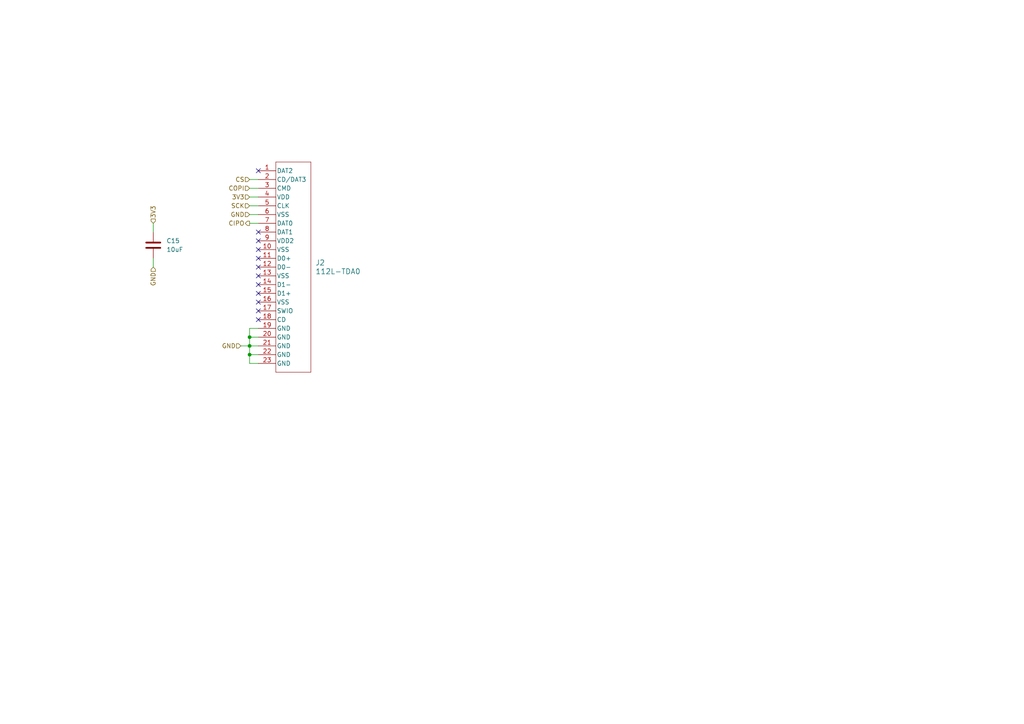
<source format=kicad_sch>
(kicad_sch (version 20250114) (generator "eeschema") (generator_version "9.0")
  (paper "A4")
  (lib_symbols
    (symbol "112L_TDA0:112L-TDA0" (pin_names (offset 0.254))
      (property "Reference" "J2" (at 22.86 -26.6699 0))
      (property "Value" "112L-TDA0" (at 22.86 -29.2099 0))
      (symbol "112L-TDA0_1_1"
        (polyline (pts (xy 11.43 2.54) (xy 11.43 -58.42)) (stroke (width 0.127)))
        (polyline (pts (xy 11.43 -58.42) (xy 21.59 -58.42)) (stroke (width 0.127)))
        (polyline (pts (xy 21.59 2.54) (xy 11.43 2.54)) (stroke (width 0.127)))
        (polyline (pts (xy 21.59 -58.42) (xy 21.59 2.54)) (stroke (width 0.127)))
        (pin unspecified line (at 6.35 0 0) (length 5.08) (name "DAT2") (number "1"))
        (pin unspecified line (at 6.35 -2.54 0) (length 5.08) (name "CD/DAT3") (number "2"))
        (pin unspecified line (at 6.35 -5.08 0) (length 5.08) (name "CMD") (number "3"))
        (pin power_in line (at 6.35 -7.62 0) (length 5.08) (name "VDD") (number "4"))
        (pin unspecified line (at 6.35 -10.16 0) (length 5.08) (name "CLK") (number "5"))
        (pin power_out line (at 6.35 -12.7 0) (length 5.08) (name "VSS") (number "6"))
        (pin bidirectional line (at 6.35 -15.24 0) (length 5.08) (name "DAT0") (number "7"))
        (pin bidirectional line (at 6.35 -17.78 0) (length 5.08) (name "DAT1") (number "8"))
        (pin power_in line (at 6.35 -20.32 0) (length 5.08) (name "VDD2") (number "9"))
        (pin power_out line (at 6.35 -22.86 0) (length 5.08) (name "VSS") (number "10"))
        (pin bidirectional line (at 6.35 -25.4 0) (length 5.08) (name "D0+") (number "11"))
        (pin bidirectional line (at 6.35 -27.94 0) (length 5.08) (name "D0-") (number "12"))
        (pin power_out line (at 6.35 -30.48 0) (length 5.08) (name "VSS") (number "13"))
        (pin bidirectional line (at 6.35 -33.02 0) (length 5.08) (name "D1-") (number "14"))
        (pin bidirectional line (at 6.35 -35.56 0) (length 5.08) (name "D1+") (number "15"))
        (pin power_out line (at 6.35 -38.1 0) (length 5.08) (name "VSS") (number "16"))
        (pin unspecified line (at 6.35 -40.64 0) (length 5.08) (name "SWIO") (number "17"))
        (pin unspecified line (at 6.35 -43.18 0) (length 5.08) (name "CD") (number "18"))
        (pin power_out line (at 6.35 -45.72 0) (length 5.08) (name "GND") (number "19"))
        (pin power_out line (at 6.35 -48.26 0) (length 5.08) (name "GND") (number "20"))
        (pin power_out line (at 6.35 -50.8 0) (length 5.08) (name "GND") (number "21"))
        (pin power_out line (at 6.35 -53.34 0) (length 5.08) (name "GND") (number "22"))
        (pin power_out line (at 6.35 -55.88 0) (length 5.08) (name "GND") (number "23"))
      )
      (symbol "112L-TDA0_1_2"
        (polyline (pts (xy 5.08 2.54) (xy 5.08 -58.42)) (stroke (width 0.127)))
        (polyline (pts (xy 5.08 -58.42) (xy 12.7 -58.42)) (stroke (width 0.127)))
        (polyline (pts (xy 7.62 0) (xy 5.08 0)) (stroke (width 0.127)))
        (polyline (pts (xy 7.62 0) (xy 8.89 0.8467)) (stroke (width 0.127)))
        (polyline (pts (xy 7.62 0) (xy 8.89 -0.8467)) (stroke (width 0.127)))
        (polyline (pts (xy 7.62 -2.54) (xy 5.08 -2.54)) (stroke (width 0.127)))
        (polyline (pts (xy 7.62 -2.54) (xy 8.89 -1.6933)) (stroke (width 0.127)))
        (polyline (pts (xy 7.62 -2.54) (xy 8.89 -3.3867)) (stroke (width 0.127)))
        (polyline (pts (xy 7.62 -5.08) (xy 5.08 -5.08)) (stroke (width 0.127)))
        (polyline (pts (xy 7.62 -5.08) (xy 8.89 -4.2333)) (stroke (width 0.127)))
        (polyline (pts (xy 7.62 -5.08) (xy 8.89 -5.9267)) (stroke (width 0.127)))
        (polyline (pts (xy 7.62 -7.62) (xy 5.08 -7.62)) (stroke (width 0.127)))
        (polyline (pts (xy 7.62 -7.62) (xy 8.89 -6.7733)) (stroke (width 0.127)))
        (polyline (pts (xy 7.62 -7.62) (xy 8.89 -8.4667)) (stroke (width 0.127)))
        (polyline (pts (xy 7.62 -10.16) (xy 5.08 -10.16)) (stroke (width 0.127)))
        (polyline (pts (xy 7.62 -10.16) (xy 8.89 -9.3133)) (stroke (width 0.127)))
        (polyline (pts (xy 7.62 -10.16) (xy 8.89 -11.0067)) (stroke (width 0.127)))
        (polyline (pts (xy 7.62 -12.7) (xy 5.08 -12.7)) (stroke (width 0.127)))
        (polyline (pts (xy 7.62 -12.7) (xy 8.89 -11.8533)) (stroke (width 0.127)))
        (polyline (pts (xy 7.62 -12.7) (xy 8.89 -13.5467)) (stroke (width 0.127)))
        (polyline (pts (xy 7.62 -15.24) (xy 5.08 -15.24)) (stroke (width 0.127)))
        (polyline (pts (xy 7.62 -15.24) (xy 8.89 -14.3933)) (stroke (width 0.127)))
        (polyline (pts (xy 7.62 -15.24) (xy 8.89 -16.0867)) (stroke (width 0.127)))
        (polyline (pts (xy 7.62 -17.78) (xy 5.08 -17.78)) (stroke (width 0.127)))
        (polyline (pts (xy 7.62 -17.78) (xy 8.89 -16.9333)) (stroke (width 0.127)))
        (polyline (pts (xy 7.62 -17.78) (xy 8.89 -18.6267)) (stroke (width 0.127)))
        (polyline (pts (xy 7.62 -20.32) (xy 5.08 -20.32)) (stroke (width 0.127)))
        (polyline (pts (xy 7.62 -20.32) (xy 8.89 -19.4733)) (stroke (width 0.127)))
        (polyline (pts (xy 7.62 -20.32) (xy 8.89 -21.1667)) (stroke (width 0.127)))
        (polyline (pts (xy 7.62 -22.86) (xy 5.08 -22.86)) (stroke (width 0.127)))
        (polyline (pts (xy 7.62 -22.86) (xy 8.89 -22.0133)) (stroke (width 0.127)))
        (polyline (pts (xy 7.62 -22.86) (xy 8.89 -23.7067)) (stroke (width 0.127)))
        (polyline (pts (xy 7.62 -25.4) (xy 5.08 -25.4)) (stroke (width 0.127)))
        (polyline (pts (xy 7.62 -25.4) (xy 8.89 -24.5533)) (stroke (width 0.127)))
        (polyline (pts (xy 7.62 -25.4) (xy 8.89 -26.2467)) (stroke (width 0.127)))
        (polyline (pts (xy 7.62 -27.94) (xy 5.08 -27.94)) (stroke (width 0.127)))
        (polyline (pts (xy 7.62 -27.94) (xy 8.89 -27.0933)) (stroke (width 0.127)))
        (polyline (pts (xy 7.62 -27.94) (xy 8.89 -28.7867)) (stroke (width 0.127)))
        (polyline (pts (xy 7.62 -30.48) (xy 5.08 -30.48)) (stroke (width 0.127)))
        (polyline (pts (xy 7.62 -30.48) (xy 8.89 -29.6333)) (stroke (width 0.127)))
        (polyline (pts (xy 7.62 -30.48) (xy 8.89 -31.3267)) (stroke (width 0.127)))
        (polyline (pts (xy 7.62 -33.02) (xy 5.08 -33.02)) (stroke (width 0.127)))
        (polyline (pts (xy 7.62 -33.02) (xy 8.89 -32.1733)) (stroke (width 0.127)))
        (polyline (pts (xy 7.62 -33.02) (xy 8.89 -33.8667)) (stroke (width 0.127)))
        (polyline (pts (xy 7.62 -35.56) (xy 5.08 -35.56)) (stroke (width 0.127)))
        (polyline (pts (xy 7.62 -35.56) (xy 8.89 -34.7133)) (stroke (width 0.127)))
        (polyline (pts (xy 7.62 -35.56) (xy 8.89 -36.4067)) (stroke (width 0.127)))
        (polyline (pts (xy 7.62 -38.1) (xy 5.08 -38.1)) (stroke (width 0.127)))
        (polyline (pts (xy 7.62 -38.1) (xy 8.89 -37.2533)) (stroke (width 0.127)))
        (polyline (pts (xy 7.62 -38.1) (xy 8.89 -38.9467)) (stroke (width 0.127)))
        (polyline (pts (xy 7.62 -40.64) (xy 5.08 -40.64)) (stroke (width 0.127)))
        (polyline (pts (xy 7.62 -40.64) (xy 8.89 -39.7933)) (stroke (width 0.127)))
        (polyline (pts (xy 7.62 -40.64) (xy 8.89 -41.4867)) (stroke (width 0.127)))
        (polyline (pts (xy 7.62 -43.18) (xy 5.08 -43.18)) (stroke (width 0.127)))
        (polyline (pts (xy 7.62 -43.18) (xy 8.89 -42.3333)) (stroke (width 0.127)))
        (polyline (pts (xy 7.62 -43.18) (xy 8.89 -44.0267)) (stroke (width 0.127)))
        (polyline (pts (xy 7.62 -45.72) (xy 5.08 -45.72)) (stroke (width 0.127)))
        (polyline (pts (xy 7.62 -45.72) (xy 8.89 -44.8733)) (stroke (width 0.127)))
        (polyline (pts (xy 7.62 -45.72) (xy 8.89 -46.5667)) (stroke (width 0.127)))
        (polyline (pts (xy 7.62 -48.26) (xy 5.08 -48.26)) (stroke (width 0.127)))
        (polyline (pts (xy 7.62 -48.26) (xy 8.89 -47.4133)) (stroke (width 0.127)))
        (polyline (pts (xy 7.62 -48.26) (xy 8.89 -49.1067)) (stroke (width 0.127)))
        (polyline (pts (xy 7.62 -50.8) (xy 5.08 -50.8)) (stroke (width 0.127)))
        (polyline (pts (xy 7.62 -50.8) (xy 8.89 -49.9533)) (stroke (width 0.127)))
        (polyline (pts (xy 7.62 -50.8) (xy 8.89 -51.6467)) (stroke (width 0.127)))
        (polyline (pts (xy 7.62 -53.34) (xy 5.08 -53.34)) (stroke (width 0.127)))
        (polyline (pts (xy 7.62 -53.34) (xy 8.89 -52.4933)) (stroke (width 0.127)))
        (polyline (pts (xy 7.62 -53.34) (xy 8.89 -54.1867)) (stroke (width 0.127)))
        (polyline (pts (xy 7.62 -55.88) (xy 5.08 -55.88)) (stroke (width 0.127)))
        (polyline (pts (xy 7.62 -55.88) (xy 8.89 -55.0333)) (stroke (width 0.127)))
        (polyline (pts (xy 7.62 -55.88) (xy 8.89 -56.7267)) (stroke (width 0.127)))
        (polyline (pts (xy 12.7 2.54) (xy 5.08 2.54)) (stroke (width 0.127)))
        (polyline (pts (xy 12.7 -58.42) (xy 12.7 2.54)) (stroke (width 0.127)))
        (pin unspecified line (at 0 0 0) (length 5.08) (name "DAT") (number "1"))
        (pin unspecified line (at 0 -2.54 0) (length 5.08) (name "CD/DAT3") (number "2"))
        (pin unspecified line (at 0 -5.08 0) (length 5.08) (name "CMD") (number "3"))
        (pin power_in line (at 0 -7.62 0) (length 5.08) (name "VDD") (number "4"))
        (pin unspecified line (at 0 -10.16 0) (length 5.08) (name "CLK") (number "5"))
        (pin power_out line (at 0 -12.7 0) (length 5.08) (name "VSS") (number "6"))
        (pin bidirectional line (at 0 -15.24 0) (length 5.08) (name "DAT0") (number "7"))
        (pin bidirectional line (at 0 -17.78 0) (length 5.08) (name "DAT1") (number "8"))
        (pin power_in line (at 0 -20.32 0) (length 5.08) (name "VDD2") (number "9"))
        (pin power_out line (at 0 -22.86 0) (length 5.08) (name "VSS") (number "10"))
        (pin bidirectional line (at 0 -25.4 0) (length 5.08) (name "D0+") (number "11"))
        (pin bidirectional line (at 0 -27.94 0) (length 5.08) (name "D0-") (number "12"))
        (pin power_out line (at 0 -30.48 0) (length 5.08) (name "VSS") (number "13"))
        (pin bidirectional line (at 0 -33.02 0) (length 5.08) (name "D1-") (number "14"))
        (pin bidirectional line (at 0 -35.56 0) (length 5.08) (name "D1+") (number "15"))
        (pin power_out line (at 0 -38.1 0) (length 5.08) (name "VSS") (number "16"))
        (pin unspecified line (at 0 -40.64 0) (length 5.08) (name "SWIO") (number "17"))
        (pin unspecified line (at 0 -43.18 0) (length 5.08) (name "CD") (number "18"))
        (pin power_out line (at 0 -45.72 0) (length 5.08) (name "GND") (number "19"))
        (pin power_out line (at 0 -48.26 0) (length 5.08) (name "GND") (number "20"))
        (pin power_out line (at 0 -50.8 0) (length 5.08) (name "GND") (number "21"))
        (pin power_out line (at 0 -53.34 0) (length 5.08) (name "GND") (number "22"))
        (pin power_out line (at 0 -55.88 0) (length 5.08) (name "GND") (number "23"))
      )
    )
    (symbol "Device:C" (pin_numbers (hide yes)) (pin_names (offset 0.254))
      (property "Reference" "C" (at 0.635 2.54 0))
      (property "Value" "C" (at 0.635 -2.54 0))
      (symbol "C_0_1"
        (polyline (pts (xy -2.032 0.762) (xy 2.032 0.762)) (stroke (width 0.508)))
        (polyline (pts (xy -2.032 -0.762) (xy 2.032 -0.762)) (stroke (width 0.508)))
      )
      (symbol "C_1_1"
        (pin passive line (at 0 3.81 270) (length 2.794) (name "~") (number "1"))
        (pin passive line (at 0 -3.81 90) (length 2.794) (name "~") (number "2"))
      )
    )
  )
  (junction (at 72.39 97.79))
  (junction (at 72.39 100.33))
  (junction (at 72.39 102.87))
  (no_connect (at 74.93 82.55))
  (no_connect (at 74.93 69.85))
  (no_connect (at 74.93 92.71))
  (no_connect (at 74.93 72.39))
  (no_connect (at 74.93 77.47))
  (no_connect (at 74.93 67.31))
  (no_connect (at 74.93 85.09))
  (no_connect (at 74.93 90.17))
  (no_connect (at 74.93 74.93))
  (no_connect (at 74.93 87.63))
  (no_connect (at 74.93 49.53))
  (no_connect (at 74.93 80.01))
  (wire (pts (xy 44.45 74.93) (xy 44.45 77.47)))
  (wire (pts (xy 74.93 95.25) (xy 72.39 95.25)))
  (wire (pts (xy 72.39 62.23) (xy 74.93 62.23)))
  (wire (pts (xy 69.85 100.33) (xy 72.39 100.33)))
  (wire (pts (xy 72.39 102.87) (xy 72.39 105.41)))
  (wire (pts (xy 72.39 100.33) (xy 74.93 100.33)))
  (wire (pts (xy 74.93 97.79) (xy 72.39 97.79)))
  (wire (pts (xy 72.39 52.07) (xy 74.93 52.07)))
  (wire (pts (xy 72.39 57.15) (xy 74.93 57.15)))
  (wire (pts (xy 44.45 64.77) (xy 44.45 67.31)))
  (wire (pts (xy 72.39 105.41) (xy 74.93 105.41)))
  (wire (pts (xy 72.39 59.69) (xy 74.93 59.69)))
  (wire (pts (xy 74.93 102.87) (xy 72.39 102.87)))
  (wire (pts (xy 72.39 54.61) (xy 74.93 54.61)))
  (wire (pts (xy 72.39 95.25) (xy 72.39 97.79)))
  (wire (pts (xy 72.39 64.77) (xy 74.93 64.77)))
  (wire (pts (xy 72.39 97.79) (xy 72.39 100.33)))
  (wire (pts (xy 72.39 100.33) (xy 72.39 102.87)))
  (hierarchical_label "CS" (shape input) (at 72.39 52.07 180))
  (hierarchical_label "3V3" (shape input) (at 44.45 64.77 90))
  (hierarchical_label "GND" (shape input) (at 72.39 62.23 180))
  (hierarchical_label "GND" (shape input) (at 69.85 100.33 180))
  (hierarchical_label "GND" (shape input) (at 44.45 77.47 270))
  (hierarchical_label "CIPO" (shape output) (at 72.39 64.77 180))
  (hierarchical_label "COPI" (shape input) (at 72.39 54.61 180))
  (hierarchical_label "3V3" (shape input) (at 72.39 57.15 180))
  (hierarchical_label "SCK" (shape input) (at 72.39 59.69 180))
  (symbol (lib_id "112L_TDA0:112L-TDA0") (at 68.58 49.53 0) (unit 1)
    (property "Reference" "J2" (at 91.44 76.1999 0) (effects (font (size 1.524 1.524)) (justify left)))
    (property "Value" "112L-TDA0" (at 91.44 78.7399 0) (effects (font (size 1.524 1.524)) (justify left)))
    (property "Footprint" "CONN_112L-TDA0_ATT" (effects (hide yes)))
    (property "Datasheet" "112L-TDA0" (effects (hide yes)))
  )
  (symbol (lib_id "Device:C") (at 44.45 71.12 0) (unit 1)
    (property "Reference" "C15" (at 48.26 69.8499 0) (effects (justify left)))
    (property "Value" "10uF" (at 48.26 72.3899 0) (effects (justify left)))
    (property "Description" "Unpolarized capacitor" (effects (hide yes)))
  )
)
</source>
